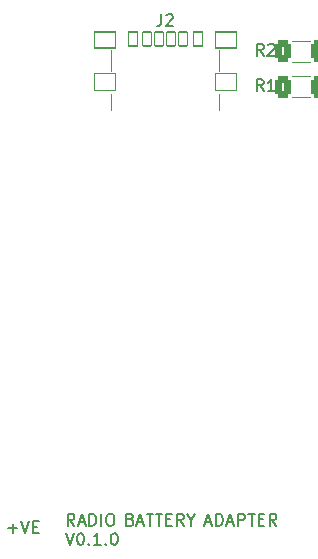
<source format=gto>
G04 #@! TF.GenerationSoftware,KiCad,Pcbnew,(7.0.0-0)*
G04 #@! TF.CreationDate,2024-03-30T14:09:04+02:00*
G04 #@! TF.ProjectId,radio-battery-replacement,72616469-6f2d-4626-9174-746572792d72,rev?*
G04 #@! TF.SameCoordinates,Original*
G04 #@! TF.FileFunction,Legend,Top*
G04 #@! TF.FilePolarity,Positive*
%FSLAX46Y46*%
G04 Gerber Fmt 4.6, Leading zero omitted, Abs format (unit mm)*
G04 Created by KiCad (PCBNEW (7.0.0-0)) date 2024-03-30 14:09:04*
%MOMM*%
%LPD*%
G01*
G04 APERTURE LIST*
G04 Aperture macros list*
%AMRoundRect*
0 Rectangle with rounded corners*
0 $1 Rounding radius*
0 $2 $3 $4 $5 $6 $7 $8 $9 X,Y pos of 4 corners*
0 Add a 4 corners polygon primitive as box body*
4,1,4,$2,$3,$4,$5,$6,$7,$8,$9,$2,$3,0*
0 Add four circle primitives for the rounded corners*
1,1,$1+$1,$2,$3*
1,1,$1+$1,$4,$5*
1,1,$1+$1,$6,$7*
1,1,$1+$1,$8,$9*
0 Add four rect primitives between the rounded corners*
20,1,$1+$1,$2,$3,$4,$5,0*
20,1,$1+$1,$4,$5,$6,$7,0*
20,1,$1+$1,$6,$7,$8,$9,0*
20,1,$1+$1,$8,$9,$2,$3,0*%
G04 Aperture macros list end*
%ADD10C,0.150000*%
%ADD11C,0.120000*%
%ADD12RoundRect,0.051000X-0.350000X-0.600000X0.350000X-0.600000X0.350000X0.600000X-0.350000X0.600000X0*%
%ADD13RoundRect,0.051000X0.380000X0.600000X-0.380000X0.600000X-0.380000X-0.600000X0.380000X-0.600000X0*%
%ADD14RoundRect,0.051000X0.400000X0.600000X-0.400000X0.600000X-0.400000X-0.600000X0.400000X-0.600000X0*%
%ADD15RoundRect,0.051000X0.350000X0.600000X-0.350000X0.600000X-0.350000X-0.600000X0.350000X-0.600000X0*%
%ADD16RoundRect,0.051000X-0.380000X-0.600000X0.380000X-0.600000X0.380000X0.600000X-0.380000X0.600000X0*%
%ADD17RoundRect,0.051000X-0.400000X-0.600000X0.400000X-0.600000X0.400000X0.600000X-0.400000X0.600000X0*%
%ADD18RoundRect,0.051000X-0.900000X-0.675000X0.900000X-0.675000X0.900000X0.675000X-0.900000X0.675000X0*%
%ADD19RoundRect,0.051000X-0.900000X-0.750000X0.900000X-0.750000X0.900000X0.750000X-0.900000X0.750000X0*%
%ADD20RoundRect,0.301000X-0.400000X-0.625000X0.400000X-0.625000X0.400000X0.625000X-0.400000X0.625000X0*%
G04 APERTURE END LIST*
D10*
X103809523Y-114162380D02*
X103476190Y-113686190D01*
X103238095Y-114162380D02*
X103238095Y-113162380D01*
X103238095Y-113162380D02*
X103619047Y-113162380D01*
X103619047Y-113162380D02*
X103714285Y-113210000D01*
X103714285Y-113210000D02*
X103761904Y-113257619D01*
X103761904Y-113257619D02*
X103809523Y-113352857D01*
X103809523Y-113352857D02*
X103809523Y-113495714D01*
X103809523Y-113495714D02*
X103761904Y-113590952D01*
X103761904Y-113590952D02*
X103714285Y-113638571D01*
X103714285Y-113638571D02*
X103619047Y-113686190D01*
X103619047Y-113686190D02*
X103238095Y-113686190D01*
X104190476Y-113876666D02*
X104666666Y-113876666D01*
X104095238Y-114162380D02*
X104428571Y-113162380D01*
X104428571Y-113162380D02*
X104761904Y-114162380D01*
X105095238Y-114162380D02*
X105095238Y-113162380D01*
X105095238Y-113162380D02*
X105333333Y-113162380D01*
X105333333Y-113162380D02*
X105476190Y-113210000D01*
X105476190Y-113210000D02*
X105571428Y-113305238D01*
X105571428Y-113305238D02*
X105619047Y-113400476D01*
X105619047Y-113400476D02*
X105666666Y-113590952D01*
X105666666Y-113590952D02*
X105666666Y-113733809D01*
X105666666Y-113733809D02*
X105619047Y-113924285D01*
X105619047Y-113924285D02*
X105571428Y-114019523D01*
X105571428Y-114019523D02*
X105476190Y-114114761D01*
X105476190Y-114114761D02*
X105333333Y-114162380D01*
X105333333Y-114162380D02*
X105095238Y-114162380D01*
X106095238Y-114162380D02*
X106095238Y-113162380D01*
X106761904Y-113162380D02*
X106952380Y-113162380D01*
X106952380Y-113162380D02*
X107047618Y-113210000D01*
X107047618Y-113210000D02*
X107142856Y-113305238D01*
X107142856Y-113305238D02*
X107190475Y-113495714D01*
X107190475Y-113495714D02*
X107190475Y-113829047D01*
X107190475Y-113829047D02*
X107142856Y-114019523D01*
X107142856Y-114019523D02*
X107047618Y-114114761D01*
X107047618Y-114114761D02*
X106952380Y-114162380D01*
X106952380Y-114162380D02*
X106761904Y-114162380D01*
X106761904Y-114162380D02*
X106666666Y-114114761D01*
X106666666Y-114114761D02*
X106571428Y-114019523D01*
X106571428Y-114019523D02*
X106523809Y-113829047D01*
X106523809Y-113829047D02*
X106523809Y-113495714D01*
X106523809Y-113495714D02*
X106571428Y-113305238D01*
X106571428Y-113305238D02*
X106666666Y-113210000D01*
X106666666Y-113210000D02*
X106761904Y-113162380D01*
X108552380Y-113638571D02*
X108695237Y-113686190D01*
X108695237Y-113686190D02*
X108742856Y-113733809D01*
X108742856Y-113733809D02*
X108790475Y-113829047D01*
X108790475Y-113829047D02*
X108790475Y-113971904D01*
X108790475Y-113971904D02*
X108742856Y-114067142D01*
X108742856Y-114067142D02*
X108695237Y-114114761D01*
X108695237Y-114114761D02*
X108599999Y-114162380D01*
X108599999Y-114162380D02*
X108219047Y-114162380D01*
X108219047Y-114162380D02*
X108219047Y-113162380D01*
X108219047Y-113162380D02*
X108552380Y-113162380D01*
X108552380Y-113162380D02*
X108647618Y-113210000D01*
X108647618Y-113210000D02*
X108695237Y-113257619D01*
X108695237Y-113257619D02*
X108742856Y-113352857D01*
X108742856Y-113352857D02*
X108742856Y-113448095D01*
X108742856Y-113448095D02*
X108695237Y-113543333D01*
X108695237Y-113543333D02*
X108647618Y-113590952D01*
X108647618Y-113590952D02*
X108552380Y-113638571D01*
X108552380Y-113638571D02*
X108219047Y-113638571D01*
X109171428Y-113876666D02*
X109647618Y-113876666D01*
X109076190Y-114162380D02*
X109409523Y-113162380D01*
X109409523Y-113162380D02*
X109742856Y-114162380D01*
X109933333Y-113162380D02*
X110504761Y-113162380D01*
X110219047Y-114162380D02*
X110219047Y-113162380D01*
X110695238Y-113162380D02*
X111266666Y-113162380D01*
X110980952Y-114162380D02*
X110980952Y-113162380D01*
X111600000Y-113638571D02*
X111933333Y-113638571D01*
X112076190Y-114162380D02*
X111600000Y-114162380D01*
X111600000Y-114162380D02*
X111600000Y-113162380D01*
X111600000Y-113162380D02*
X112076190Y-113162380D01*
X113076190Y-114162380D02*
X112742857Y-113686190D01*
X112504762Y-114162380D02*
X112504762Y-113162380D01*
X112504762Y-113162380D02*
X112885714Y-113162380D01*
X112885714Y-113162380D02*
X112980952Y-113210000D01*
X112980952Y-113210000D02*
X113028571Y-113257619D01*
X113028571Y-113257619D02*
X113076190Y-113352857D01*
X113076190Y-113352857D02*
X113076190Y-113495714D01*
X113076190Y-113495714D02*
X113028571Y-113590952D01*
X113028571Y-113590952D02*
X112980952Y-113638571D01*
X112980952Y-113638571D02*
X112885714Y-113686190D01*
X112885714Y-113686190D02*
X112504762Y-113686190D01*
X113695238Y-113686190D02*
X113695238Y-114162380D01*
X113361905Y-113162380D02*
X113695238Y-113686190D01*
X113695238Y-113686190D02*
X114028571Y-113162380D01*
X114914286Y-113876666D02*
X115390476Y-113876666D01*
X114819048Y-114162380D02*
X115152381Y-113162380D01*
X115152381Y-113162380D02*
X115485714Y-114162380D01*
X115819048Y-114162380D02*
X115819048Y-113162380D01*
X115819048Y-113162380D02*
X116057143Y-113162380D01*
X116057143Y-113162380D02*
X116200000Y-113210000D01*
X116200000Y-113210000D02*
X116295238Y-113305238D01*
X116295238Y-113305238D02*
X116342857Y-113400476D01*
X116342857Y-113400476D02*
X116390476Y-113590952D01*
X116390476Y-113590952D02*
X116390476Y-113733809D01*
X116390476Y-113733809D02*
X116342857Y-113924285D01*
X116342857Y-113924285D02*
X116295238Y-114019523D01*
X116295238Y-114019523D02*
X116200000Y-114114761D01*
X116200000Y-114114761D02*
X116057143Y-114162380D01*
X116057143Y-114162380D02*
X115819048Y-114162380D01*
X116771429Y-113876666D02*
X117247619Y-113876666D01*
X116676191Y-114162380D02*
X117009524Y-113162380D01*
X117009524Y-113162380D02*
X117342857Y-114162380D01*
X117676191Y-114162380D02*
X117676191Y-113162380D01*
X117676191Y-113162380D02*
X118057143Y-113162380D01*
X118057143Y-113162380D02*
X118152381Y-113210000D01*
X118152381Y-113210000D02*
X118200000Y-113257619D01*
X118200000Y-113257619D02*
X118247619Y-113352857D01*
X118247619Y-113352857D02*
X118247619Y-113495714D01*
X118247619Y-113495714D02*
X118200000Y-113590952D01*
X118200000Y-113590952D02*
X118152381Y-113638571D01*
X118152381Y-113638571D02*
X118057143Y-113686190D01*
X118057143Y-113686190D02*
X117676191Y-113686190D01*
X118533334Y-113162380D02*
X119104762Y-113162380D01*
X118819048Y-114162380D02*
X118819048Y-113162380D01*
X119438096Y-113638571D02*
X119771429Y-113638571D01*
X119914286Y-114162380D02*
X119438096Y-114162380D01*
X119438096Y-114162380D02*
X119438096Y-113162380D01*
X119438096Y-113162380D02*
X119914286Y-113162380D01*
X120914286Y-114162380D02*
X120580953Y-113686190D01*
X120342858Y-114162380D02*
X120342858Y-113162380D01*
X120342858Y-113162380D02*
X120723810Y-113162380D01*
X120723810Y-113162380D02*
X120819048Y-113210000D01*
X120819048Y-113210000D02*
X120866667Y-113257619D01*
X120866667Y-113257619D02*
X120914286Y-113352857D01*
X120914286Y-113352857D02*
X120914286Y-113495714D01*
X120914286Y-113495714D02*
X120866667Y-113590952D01*
X120866667Y-113590952D02*
X120819048Y-113638571D01*
X120819048Y-113638571D02*
X120723810Y-113686190D01*
X120723810Y-113686190D02*
X120342858Y-113686190D01*
X103095238Y-114782380D02*
X103428571Y-115782380D01*
X103428571Y-115782380D02*
X103761904Y-114782380D01*
X104285714Y-114782380D02*
X104380952Y-114782380D01*
X104380952Y-114782380D02*
X104476190Y-114830000D01*
X104476190Y-114830000D02*
X104523809Y-114877619D01*
X104523809Y-114877619D02*
X104571428Y-114972857D01*
X104571428Y-114972857D02*
X104619047Y-115163333D01*
X104619047Y-115163333D02*
X104619047Y-115401428D01*
X104619047Y-115401428D02*
X104571428Y-115591904D01*
X104571428Y-115591904D02*
X104523809Y-115687142D01*
X104523809Y-115687142D02*
X104476190Y-115734761D01*
X104476190Y-115734761D02*
X104380952Y-115782380D01*
X104380952Y-115782380D02*
X104285714Y-115782380D01*
X104285714Y-115782380D02*
X104190476Y-115734761D01*
X104190476Y-115734761D02*
X104142857Y-115687142D01*
X104142857Y-115687142D02*
X104095238Y-115591904D01*
X104095238Y-115591904D02*
X104047619Y-115401428D01*
X104047619Y-115401428D02*
X104047619Y-115163333D01*
X104047619Y-115163333D02*
X104095238Y-114972857D01*
X104095238Y-114972857D02*
X104142857Y-114877619D01*
X104142857Y-114877619D02*
X104190476Y-114830000D01*
X104190476Y-114830000D02*
X104285714Y-114782380D01*
X105047619Y-115687142D02*
X105095238Y-115734761D01*
X105095238Y-115734761D02*
X105047619Y-115782380D01*
X105047619Y-115782380D02*
X105000000Y-115734761D01*
X105000000Y-115734761D02*
X105047619Y-115687142D01*
X105047619Y-115687142D02*
X105047619Y-115782380D01*
X106047618Y-115782380D02*
X105476190Y-115782380D01*
X105761904Y-115782380D02*
X105761904Y-114782380D01*
X105761904Y-114782380D02*
X105666666Y-114925238D01*
X105666666Y-114925238D02*
X105571428Y-115020476D01*
X105571428Y-115020476D02*
X105476190Y-115068095D01*
X106476190Y-115687142D02*
X106523809Y-115734761D01*
X106523809Y-115734761D02*
X106476190Y-115782380D01*
X106476190Y-115782380D02*
X106428571Y-115734761D01*
X106428571Y-115734761D02*
X106476190Y-115687142D01*
X106476190Y-115687142D02*
X106476190Y-115782380D01*
X107142856Y-114782380D02*
X107238094Y-114782380D01*
X107238094Y-114782380D02*
X107333332Y-114830000D01*
X107333332Y-114830000D02*
X107380951Y-114877619D01*
X107380951Y-114877619D02*
X107428570Y-114972857D01*
X107428570Y-114972857D02*
X107476189Y-115163333D01*
X107476189Y-115163333D02*
X107476189Y-115401428D01*
X107476189Y-115401428D02*
X107428570Y-115591904D01*
X107428570Y-115591904D02*
X107380951Y-115687142D01*
X107380951Y-115687142D02*
X107333332Y-115734761D01*
X107333332Y-115734761D02*
X107238094Y-115782380D01*
X107238094Y-115782380D02*
X107142856Y-115782380D01*
X107142856Y-115782380D02*
X107047618Y-115734761D01*
X107047618Y-115734761D02*
X106999999Y-115687142D01*
X106999999Y-115687142D02*
X106952380Y-115591904D01*
X106952380Y-115591904D02*
X106904761Y-115401428D01*
X106904761Y-115401428D02*
X106904761Y-115163333D01*
X106904761Y-115163333D02*
X106952380Y-114972857D01*
X106952380Y-114972857D02*
X106999999Y-114877619D01*
X106999999Y-114877619D02*
X107047618Y-114830000D01*
X107047618Y-114830000D02*
X107142856Y-114782380D01*
X98238095Y-114401428D02*
X99000000Y-114401428D01*
X98619047Y-114782380D02*
X98619047Y-114020476D01*
X99333333Y-113782380D02*
X99666666Y-114782380D01*
X99666666Y-114782380D02*
X99999999Y-113782380D01*
X100333333Y-114258571D02*
X100666666Y-114258571D01*
X100809523Y-114782380D02*
X100333333Y-114782380D01*
X100333333Y-114782380D02*
X100333333Y-113782380D01*
X100333333Y-113782380D02*
X100809523Y-113782380D01*
X111166666Y-70867380D02*
X111166666Y-71581666D01*
X111166666Y-71581666D02*
X111119047Y-71724523D01*
X111119047Y-71724523D02*
X111023809Y-71819761D01*
X111023809Y-71819761D02*
X110880952Y-71867380D01*
X110880952Y-71867380D02*
X110785714Y-71867380D01*
X111595238Y-70962619D02*
X111642857Y-70915000D01*
X111642857Y-70915000D02*
X111738095Y-70867380D01*
X111738095Y-70867380D02*
X111976190Y-70867380D01*
X111976190Y-70867380D02*
X112071428Y-70915000D01*
X112071428Y-70915000D02*
X112119047Y-70962619D01*
X112119047Y-70962619D02*
X112166666Y-71057857D01*
X112166666Y-71057857D02*
X112166666Y-71153095D01*
X112166666Y-71153095D02*
X112119047Y-71295952D01*
X112119047Y-71295952D02*
X111547619Y-71867380D01*
X111547619Y-71867380D02*
X112166666Y-71867380D01*
X119833333Y-77367380D02*
X119500000Y-76891190D01*
X119261905Y-77367380D02*
X119261905Y-76367380D01*
X119261905Y-76367380D02*
X119642857Y-76367380D01*
X119642857Y-76367380D02*
X119738095Y-76415000D01*
X119738095Y-76415000D02*
X119785714Y-76462619D01*
X119785714Y-76462619D02*
X119833333Y-76557857D01*
X119833333Y-76557857D02*
X119833333Y-76700714D01*
X119833333Y-76700714D02*
X119785714Y-76795952D01*
X119785714Y-76795952D02*
X119738095Y-76843571D01*
X119738095Y-76843571D02*
X119642857Y-76891190D01*
X119642857Y-76891190D02*
X119261905Y-76891190D01*
X120785714Y-77367380D02*
X120214286Y-77367380D01*
X120500000Y-77367380D02*
X120500000Y-76367380D01*
X120500000Y-76367380D02*
X120404762Y-76510238D01*
X120404762Y-76510238D02*
X120309524Y-76605476D01*
X120309524Y-76605476D02*
X120214286Y-76653095D01*
X119833333Y-74367380D02*
X119500000Y-73891190D01*
X119261905Y-74367380D02*
X119261905Y-73367380D01*
X119261905Y-73367380D02*
X119642857Y-73367380D01*
X119642857Y-73367380D02*
X119738095Y-73415000D01*
X119738095Y-73415000D02*
X119785714Y-73462619D01*
X119785714Y-73462619D02*
X119833333Y-73557857D01*
X119833333Y-73557857D02*
X119833333Y-73700714D01*
X119833333Y-73700714D02*
X119785714Y-73795952D01*
X119785714Y-73795952D02*
X119738095Y-73843571D01*
X119738095Y-73843571D02*
X119642857Y-73891190D01*
X119642857Y-73891190D02*
X119261905Y-73891190D01*
X120214286Y-73462619D02*
X120261905Y-73415000D01*
X120261905Y-73415000D02*
X120357143Y-73367380D01*
X120357143Y-73367380D02*
X120595238Y-73367380D01*
X120595238Y-73367380D02*
X120690476Y-73415000D01*
X120690476Y-73415000D02*
X120738095Y-73462619D01*
X120738095Y-73462619D02*
X120785714Y-73557857D01*
X120785714Y-73557857D02*
X120785714Y-73653095D01*
X120785714Y-73653095D02*
X120738095Y-73795952D01*
X120738095Y-73795952D02*
X120166667Y-74367380D01*
X120166667Y-74367380D02*
X120785714Y-74367380D01*
D11*
X106900000Y-73897500D02*
X106900000Y-75652500D01*
X106900000Y-77600000D02*
X106900000Y-79000000D01*
X116100000Y-73897500D02*
X116100000Y-75652500D01*
X116100000Y-77600000D02*
X116100000Y-79000000D01*
X122272936Y-76090000D02*
X123727064Y-76090000D01*
X122272936Y-77910000D02*
X123727064Y-77910000D01*
X122272936Y-73090000D02*
X123727064Y-73090000D01*
X122272936Y-74910000D02*
X123727064Y-74910000D01*
%LPC*%
D12*
X111000000Y-72967500D03*
D13*
X113020000Y-72967500D03*
D14*
X114250000Y-72967500D03*
D15*
X112000000Y-72967500D03*
D16*
X109980000Y-72967500D03*
D17*
X108750000Y-72967500D03*
D18*
X106375000Y-73022500D03*
D19*
X106375000Y-76602500D03*
D18*
X116625000Y-73022500D03*
D19*
X116625000Y-76602500D03*
D20*
X121450000Y-77000000D03*
X124550000Y-77000000D03*
X121450000Y-74000000D03*
X124550000Y-74000000D03*
G36*
X128438000Y-69266613D02*
G01*
X128483387Y-69312000D01*
X128500000Y-69374000D01*
X128500000Y-69983674D01*
X128503450Y-69996549D01*
X128516326Y-70000000D01*
X129887065Y-70000000D01*
X129948878Y-70016505D01*
X129994236Y-70061627D01*
X130011063Y-70123354D01*
X130018783Y-71605546D01*
X130009343Y-71653652D01*
X129981998Y-71694339D01*
X129941021Y-71721250D01*
X129874593Y-71747944D01*
X129865236Y-71752661D01*
X129671993Y-71871645D01*
X129663563Y-71877880D01*
X129559938Y-71969083D01*
X129521796Y-71992014D01*
X129478014Y-72000000D01*
X121144195Y-72000000D01*
X121082382Y-71983495D01*
X121037024Y-71938373D01*
X121020197Y-71876646D01*
X121011069Y-70124646D01*
X121027465Y-70062373D01*
X121072881Y-70016721D01*
X121135067Y-70000000D01*
X122483674Y-70000000D01*
X122496549Y-69996549D01*
X122500000Y-69983674D01*
X122500000Y-69374000D01*
X122516613Y-69312000D01*
X122562000Y-69266613D01*
X122624000Y-69250000D01*
X128376000Y-69250000D01*
X128438000Y-69266613D01*
G37*
G36*
X101938000Y-116016613D02*
G01*
X101983387Y-116062000D01*
X102000000Y-116124000D01*
X102000000Y-117876000D01*
X101983387Y-117938000D01*
X101938000Y-117983387D01*
X101876000Y-118000000D01*
X99516326Y-118000000D01*
X99503450Y-118003450D01*
X99500000Y-118016326D01*
X99500000Y-118626000D01*
X99483387Y-118688000D01*
X99438000Y-118733387D01*
X99376000Y-118750000D01*
X94624000Y-118750000D01*
X94562000Y-118733387D01*
X94516613Y-118688000D01*
X94500000Y-118626000D01*
X94500000Y-118016326D01*
X94496549Y-118003450D01*
X94483674Y-118000000D01*
X92124000Y-118000000D01*
X92062000Y-117983387D01*
X92016613Y-117938000D01*
X92000000Y-117876000D01*
X92000000Y-116472798D01*
X92012117Y-116419335D01*
X92046101Y-116376321D01*
X92095309Y-116352163D01*
X92150124Y-116351581D01*
X92317025Y-116387551D01*
X92327438Y-116388884D01*
X92554158Y-116398515D01*
X92564635Y-116398070D01*
X92789727Y-116369245D01*
X92799987Y-116367034D01*
X93016964Y-116300586D01*
X93026701Y-116296673D01*
X93229332Y-116194509D01*
X93238256Y-116189014D01*
X93420716Y-116054068D01*
X93428592Y-116047136D01*
X93437156Y-116038201D01*
X93478012Y-116009949D01*
X93526679Y-116000000D01*
X101876000Y-116000000D01*
X101938000Y-116016613D01*
G37*
M02*

</source>
